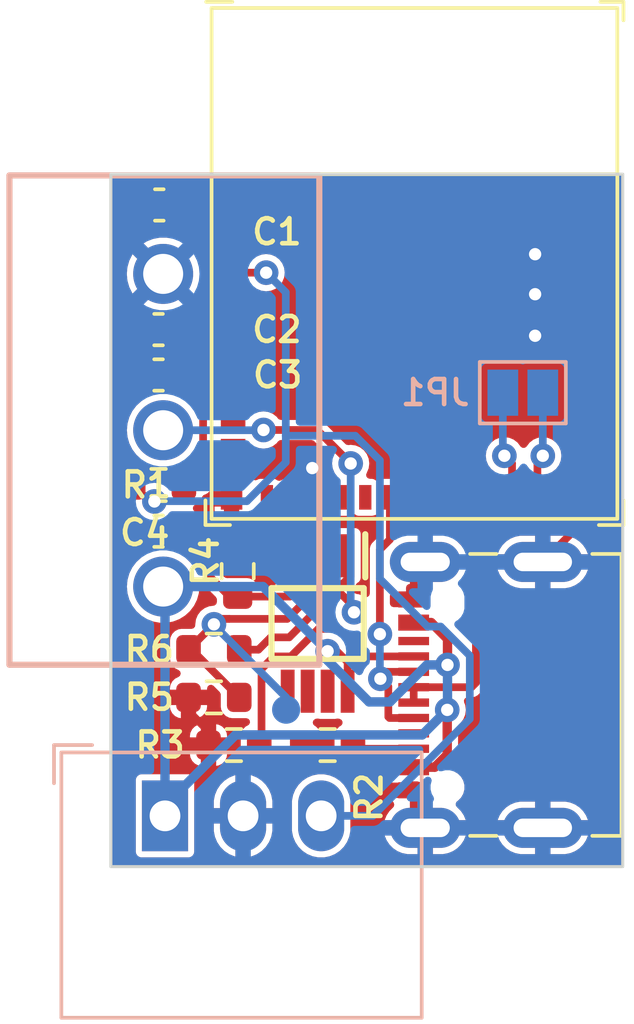
<source format=kicad_pcb>
(kicad_pcb (version 20240108) (generator "pcbnew") (generator_version "8.0")
  (layers (0 "F.Cu" signal) (31 "B.Cu" signal) (34 "B.Paste" user) (35 "F.Paste" user) (36 "B.SilkS" user "B.Silkscreen") (37 "F.SilkS" user "F.Silkscreen") (38 "B.Mask" user) (39 "F.Mask" user) (44 "Edge.Cuts" user))
  (net 0 "")
  (net 1 "GND")
  (net 2 "+3V3")
  (net 3 "Net-(U2-EN{slash}CHIP_PU)")
  (net 4 "VCC")
  (net 5 "Net-(J1-CC1)")
  (net 6 "Net-(U2-GPIO13{slash}USB_D+)")
  (net 7 "Net-(U2-GPIO12{slash}USB_D-)")
  (net 9 "Net-(J1-CC2)")
  (net 11 "Net-(J2-Pad2)")
  (net 12 "Net-(JP1-A)")
  (net 13 "Net-(JP1-B)")
  (net 20 "Net-(U2-GPIO0{slash}ADC1_CH0{slash}XTAL_32K_P)")
  (net 39 "Net-(U3A-+)")
  (net 40 "Net-(U3A--)")
  (footprint "Resistor_SMD:R_0603_1608Metric" (layer "F.Cu") (at 111.95 77.25 180)
    (property "Reference" "R2" (at -1.35 -1.7 90) (layer "F.SilkS") (effects (font (size 0.8128 0.8128))))
    (property "Value" "5k1" (hide yes))
    (fp_line (start -0.237258 0.5225) (end 0.237258 0.5225) (stroke (width 0.12)) (layer "F.SilkS"))
    (fp_line (start -0.237258 -0.5225) (end 0.237258 -0.5225) (stroke (width 0.12)) (layer "F.SilkS"))
    (pad "1" smd roundrect (at -0.825 0 180) (size 0.8 0.95) (layers "F.Cu" "F.Paste" "F.Mask") (net 5 "Net-(J1-CC1)"))
    (pad "2" smd roundrect (at 0.825 0 180) (size 0.8 0.95) (layers "F.Cu" "F.Paste" "F.Mask") (net 1 "GND"))
  )
  (footprint "Capacitor_SMD:C_0603_1608Metric" (layer "F.Cu") (at 106.45 70.3 180)
    (property "Reference" "C4" (at 0.45 -0.05 0) (layer "F.SilkS") (effects (font (size 0.8128 0.8128))))
    (property "Value" "2.2u" (hide yes))
    (fp_line (start -0.14058 0.51) (end 0.14058 0.51) (stroke (width 0.12)) (layer "F.SilkS"))
    (fp_line (start -0.14058 -0.51) (end 0.14058 -0.51) (stroke (width 0.12)) (layer "F.SilkS"))
    (pad "1" smd roundrect (at -0.775 0 180) (size 0.9 0.95) (layers "F.Cu" "F.Paste" "F.Mask") (net 39 "Net-(U3A-+)"))
    (pad "2" smd roundrect (at 0.775 0 180) (size 0.9 0.95) (layers "F.Cu" "F.Paste" "F.Mask") (net 1 "GND"))
  )
  (footprint "Capacitor_SMD:C_0603_1608Metric" (layer "F.Cu") (at 106.45 65.225 180)
    (property "Reference" "C3" (at -3.875 0 0) (layer "F.SilkS") (effects (font (size 0.8128 0.8128))))
    (property "Value" "1u" (hide yes))
    (fp_line (start -0.14058 0.51) (end 0.14058 0.51) (stroke (width 0.12)) (layer "F.SilkS"))
    (fp_line (start -0.14058 -0.51) (end 0.14058 -0.51) (stroke (width 0.12)) (layer "F.SilkS"))
    (pad "1" smd roundrect (at -0.775 0 180) (size 0.9 0.95) (layers "F.Cu" "F.Paste" "F.Mask") (net 3 "Net-(U2-EN{slash}CHIP_PU)"))
    (pad "2" smd roundrect (at 0.775 0 180) (size 0.9 0.95) (layers "F.Cu" "F.Paste" "F.Mask") (net 1 "GND"))
  )
  (footprint "SamacSys_Parts:SOP65P490X110-8N" (layer "F.Cu") (at 111.625 73.3 -90)
    (property "Reference" "U3" (hide yes))
    (property "Value" "LM358" (hide yes))
    (fp_line (start -1.15 1.5) (end -1.15 -1.5) (stroke (width 0.2)) (layer "F.SilkS"))
    (fp_line (start 1.15 1.5) (end -1.15 1.5) (stroke (width 0.2)) (layer "F.SilkS"))
    (fp_line (start -1.15 -1.5) (end 1.15 -1.5) (stroke (width 0.2)) (layer "F.SilkS"))
    (fp_line (start 1.15 -1.5) (end 1.15 1.5) (stroke (width 0.2)) (layer "F.SilkS"))
    (fp_line (start -2.9 -1.55) (end -1.5 -1.55) (stroke (width 0.2)) (layer "F.SilkS"))
    (pad "1" smd rect (at -2.2 -0.975) (size 0.45 1.4) (layers "F.Cu" "F.Paste" "F.Mask") (net 11 "Net-(J2-Pad2)"))
    (pad "2" smd rect (at -2.2 -0.325) (size 0.45 1.4) (layers "F.Cu" "F.Paste" "F.Mask") (net 40 "Net-(U3A--)"))
    (pad "3" smd rect (at -2.2 0.325) (size 0.45 1.4) (layers "F.Cu" "F.Paste" "F.Mask") (net 39 "Net-(U3A-+)"))
    (pad "4" smd rect (at -2.2 0.975) (size 0.45 1.4) (layers "F.Cu" "F.Paste" "F.Mask") (net 1 "GND"))
    (pad "5" smd rect (at 2.2 0.975) (size 0.45 1.4) (layers "F.Cu" "F.Paste" "F.Mask"))
    (pad "6" smd rect (at 2.2 0.325) (size 0.45 1.4) (layers "F.Cu" "F.Paste" "F.Mask"))
    (pad "7" smd rect (at 2.2 -0.325) (size 0.45 1.4) (layers "F.Cu" "F.Paste" "F.Mask"))
    (pad "8" smd rect (at 2.2 -0.975) (size 0.45 1.4) (layers "F.Cu" "F.Paste" "F.Mask") (net 4 "VCC"))
  )
  (footprint "Resistor_SMD:R_0603_1608Metric" (layer "F.Cu") (at 106.45 68.8 180)
    (property "Reference" "R1" (at 0.4 0 0) (layer "F.SilkS") (effects (font (size 0.8128 0.8128))))
    (property "Value" "10k" (hide yes))
    (fp_line (start -0.237258 0.5225) (end 0.237258 0.5225) (stroke (width 0.12)) (layer "F.SilkS"))
    (fp_line (start -0.237258 -0.5225) (end 0.237258 -0.5225) (stroke (width 0.12)) (layer "F.SilkS"))
    (pad "1" smd roundrect (at -0.825 0 180) (size 0.8 0.95) (layers "F.Cu" "F.Paste" "F.Mask") (net 3 "Net-(U2-EN{slash}CHIP_PU)"))
    (pad "2" smd roundrect (at 0.825 0 180) (size 0.8 0.95) (layers "F.Cu" "F.Paste" "F.Mask") (net 2 "+3V3"))
  )
  (footprint "SamacSys_Parts:USB_C_Receptacle_JAE_DX07S016JA1R1500" (layer "F.Cu") (at 117.8 75.62 90)
    (property "Reference" "J1" (hide yes))
    (property "Value" "USB_C_Receptacle_USB2.0" (hide yes))
    (fp_line (start 4.58 -1.215) (end 4.58 -0.36) (stroke (width 0.12)) (layer "F.SilkS"))
    (fp_line (start -4.58 -1.215) (end -4.58 -0.36) (stroke (width 0.12)) (layer "F.SilkS"))
    (fp_line (start 4.58 2.76) (end 4.58 3.71) (stroke (width 0.12)) (layer "F.SilkS"))
    (fp_line (start -4.58 2.76) (end -4.58 3.71) (stroke (width 0.12)) (layer "F.SilkS"))
    (fp_line (start -4.58 3.71) (end 4.58 3.71) (stroke (width 0.12)) (layer "F.SilkS"))
    (pad "" np_thru_hole circle (at -3 -1.95 90) (size 0.6 0.6) (drill 0.6) (layers "F&B.Cu" "*.Mask"))
    (pad "" smd rect (at -1.4 1.15 90) (size 1 2) (layers "F.Cu" "F.Paste" "F.Mask"))
    (pad "" smd rect (at 1.4 1.15 90) (size 1 2) (layers "F.Cu" "F.Paste" "F.Mask"))
    (pad "" np_thru_hole oval (at 3 -1.95 90) (size 0.85 0.6) (drill oval 0.85 0.6) (layers "F&B.Cu" "*.Mask"))
    (pad "A1" smd rect (at -3.1 -3.05 90) (size 0.52 1) (layers "F.Cu" "F.Paste" "F.Mask") (net 1 "GND"))
    (pad "A4" smd rect (at -2.35 -3.05 90) (size 0.52 1) (layers "F.Cu" "F.Paste" "F.Mask") (net 4 "VCC"))
    (pad "A5" smd rect (at -1.75 -3.05 90) (size 0.27 1) (layers "F.Cu" "F.Paste" "F.Mask") (net 5 "Net-(J1-CC1)"))
    (pad "A6" smd rect (at -0.25 -3.05 90) (size 0.27 1) (layers "F.Cu" "F.Paste" "F.Mask") (net 6 "Net-(U2-GPIO13{slash}USB_D+)"))
    (pad "A7" smd rect (at 0.75 -3.05 90) (size 0.27 1) (layers "F.Cu" "F.Paste" "F.Mask") (net 7 "Net-(U2-GPIO12{slash}USB_D-)"))
    (pad "A8" smd rect (at 1.75 -3.05 90) (size 0.27 1) (layers "F.Cu" "F.Paste" "F.Mask"))
    (pad "A9" smd rect (at 2.35 -3.05 90) (size 0.52 1) (layers "F.Cu" "F.Paste" "F.Mask") (net 4 "VCC"))
    (pad "A12" smd rect (at 3.1 -3.05 90) (size 0.52 1) (layers "F.Cu" "F.Paste" "F.Mask") (net 1 "GND"))
    (pad "B1" smd rect (at 3.1 -3.05 90) (size 0.52 1) (layers "F.Cu" "F.Paste" "F.Mask") (net 1 "GND"))
    (pad "B4" smd rect (at 2.35 -3.05 90) (size 0.52 1) (layers "F.Cu" "F.Paste" "F.Mask") (net 4 "VCC"))
    (pad "B5" smd rect (at 1.25 -3.05 90) (size 0.27 1) (layers "F.Cu" "F.Paste" "F.Mask") (net 9 "Net-(J1-CC2)"))
    (pad "B6" smd rect (at 0.25 -3.05 90) (size 0.27 1) (layers "F.Cu" "F.Paste" "F.Mask") (net 6 "Net-(U2-GPIO13{slash}USB_D+)"))
    (pad "B7" smd rect (at -0.75 -3.05 90) (size 0.27 1) (layers "F.Cu" "F.Paste" "F.Mask") (net 7 "Net-(U2-GPIO12{slash}USB_D-)"))
    (pad "B8" smd rect (at -1.25 -3.05 90) (size 0.27 1) (layers "F.Cu" "F.Paste" "F.Mask"))
    (pad "B9" smd rect (at -2.35 -3.05 90) (size 0.52 1) (layers "F.Cu" "F.Paste" "F.Mask") (net 4 "VCC"))
    (pad "B12" smd rect (at -3.1 -3.05 90) (size 0.52 1) (layers "F.Cu" "F.Paste" "F.Mask") (net 1 "GND"))
    (pad "S1" thru_hole oval (at -4.32 -2.675 90) (size 1.3 2.3) (drill oval 0.6 1.6) (layers "*.Cu" "*.Mask") (net 1 "GND"))
    (pad "S1" thru_hole oval (at -4.32 1.15 90) (size 1.3 2.6) (drill oval 0.6 1.9) (layers "*.Cu" "*.Mask") (net 1 "GND"))
    (pad "S1" thru_hole oval (at 4.32 -2.675 90) (size 1.3 2.3) (drill oval 0.6 1.6) (layers "*.Cu" "*.Mask") (net 1 "GND"))
    (pad "S1" thru_hole oval (at 4.32 1.15 90) (size 1.3 2.6) (drill oval 0.6 1.9) (layers "*.Cu" "*.Mask") (net 1 "GND"))
  )
  (footprint "Resistor_SMD:R_0603_1608Metric" (layer "F.Cu") (at 108.25 75.7 180)
    (property "Reference" "R5" (at 2.1 0 0) (layer "F.SilkS") (effects (font (size 0.8128 0.8128))))
    (property "Value" "10k" (hide yes))
    (fp_line (start -0.237258 0.5225) (end 0.237258 0.5225) (stroke (width 0.12)) (layer "F.SilkS"))
    (fp_line (start -0.237258 -0.5225) (end 0.237258 -0.5225) (stroke (width 0.12)) (layer "F.SilkS"))
    (pad "1" smd roundrect (at -0.825 0 180) (size 0.8 0.95) (layers "F.Cu" "F.Paste" "F.Mask") (net 40 "Net-(U3A--)"))
    (pad "2" smd roundrect (at 0.825 0 180) (size 0.8 0.95) (layers "F.Cu" "F.Paste" "F.Mask") (net 1 "GND"))
  )
  (footprint "PCM_Espressif:ESP32-C6-MINI-1" (layer "F.Cu") (at 114.775 61.6)
    (property "Reference" "U2" (hide yes))
    (property "Value" "ESP32-C6-MINI-1/U" (hide yes))
    (fp_line (start -6.8 7.7) (end -6.8 8.5) (stroke (width 0.12)) (layer "F.SilkS"))
    (fp_line (start -6.8 8.5) (end -6 8.5) (stroke (width 0.12)) (layer "F.SilkS"))
    (fp_line (start -6.6 -8.3) (end 6.6 -8.3) (stroke (width 0.12)) (layer "F.SilkS"))
    (fp_line (start -6.6 -2.9) (end 6.6 -2.9) (stroke (width 0.12)) (layer "F.SilkS"))
    (fp_line (start -6.6 8.3) (end -6.6 -8.3) (stroke (width 0.12)) (layer "F.SilkS"))
    (fp_line (start -5.925 -8.5) (end -6.775 -8.5) (stroke (width 0.12)) (layer "F.SilkS"))
    (fp_line (start 6.05 -8.5) (end 6.8 -8.5) (stroke (width 0.12)) (layer "F.SilkS"))
    (fp_line (start 6.6 -8.3) (end 6.6 8.3) (stroke (width 0.12)) (layer "F.SilkS"))
    (fp_line (start 6.6 8.3) (end -6.6 8.3) (stroke (width 0.12)) (layer "F.SilkS"))
    (fp_line (start 6.8 -8.5) (end 6.8 -7.9) (stroke (width 0.12)) (layer "F.SilkS"))
    (fp_line (start 6.8 7.7) (end 6.8 8.5) (stroke (width 0.12)) (layer "F.SilkS"))
    (fp_line (start 6.8 8.5) (end 6 8.5) (stroke (width 0.12)) (layer "F.SilkS"))
    (pad "1" smd rect (at -5.9 -1.3 90) (size 0.4 0.8) (layers "F.Cu" "F.Paste" "F.Mask") (net 1 "GND"))
    (pad "2" smd rect (at -5.9 -0.5 90) (size 0.4 0.8) (layers "F.Cu" "F.Paste" "F.Mask") (net 1 "GND"))
    (pad "3" smd rect (at -5.9 0.3 90) (size 0.4 0.8) (layers "F.Cu" "F.Paste" "F.Mask") (net 2 "+3V3"))
    (pad "4" smd rect (at -5.9 1.1 90) (size 0.4 0.8) (layers "F.Cu" "F.Paste" "F.Mask"))
    (pad "5" smd rect (at -5.9 1.9 90) (size 0.4 0.8) (layers "F.Cu" "F.Paste" "F.Mask"))
    (pad "6" smd rect (at -5.9 2.7 90) (size 0.4 0.8) (layers "F.Cu" "F.Paste" "F.Mask"))
    (pad "7" smd rect (at -5.9 3.5 90) (size 0.4 0.8) (layers "F.Cu" "F.Paste" "F.Mask"))
    (pad "8" smd rect (at -5.9 4.3 90) (size 0.4 0.8) (layers "F.Cu" "F.Paste" "F.Mask") (net 3 "Net-(U2-EN{slash}CHIP_PU)"))
    (pad "9" smd rect (at -5.9 5.1 90) (size 0.4 0.8) (layers "F.Cu" "F.Paste" "F.Mask"))
    (pad "10" smd rect (at -5.9 5.9 90) (size 0.4 0.8) (layers "F.Cu" "F.Paste" "F.Mask"))
    (pad "11" smd rect (at -5.9 6.7 90) (size 0.4 0.8) (layers "F.Cu" "F.Paste" "F.Mask") (net 1 "GND"))
    (pad "12" smd rect (at -4.8 7.6) (size 0.4 0.8) (layers "F.Cu" "F.Paste" "F.Mask") (net 20 "Net-(U2-GPIO0{slash}ADC1_CH0{slash}XTAL_32K_P)"))
    (pad "13" smd rect (at -4 7.6) (size 0.4 0.8) (layers "F.Cu" "F.Paste" "F.Mask"))
    (pad "14" smd rect (at -3.2 7.6) (size 0.4 0.8) (layers "F.Cu" "F.Paste" "F.Mask") (net 1 "GND"))
    (pad "15" smd rect (at -2.4 7.6) (size 0.4 0.8) (layers "F.Cu" "F.Paste" "F.Mask"))
    (pad "16" smd rect (at -1.6 7.6) (size 0.4 0.8) (layers "F.Cu" "F.Paste" "F.Mask"))
    (pad "17" smd rect (at -0.8 7.6) (size 0.4 0.8) (layers "F.Cu" "F.Paste" "F.Mask") (net 7 "Net-(U2-GPIO12{slash}USB_D-)"))
    (pad "18" smd rect (at 0 7.6) (size 0.4 0.8) (layers "F.Cu" "F.Paste" "F.Mask") (net 6 "Net-(U2-GPIO13{slash}USB_D+)"))
    (pad "19" smd rect (at 0.8 7.6) (size 0.4 0.8) (layers "F.Cu" "F.Paste" "F.Mask"))
    (pad "20" smd rect (at 1.6 7.6) (size 0.4 0.8) (layers "F.Cu" "F.Paste" "F.Mask"))
    (pad "21" smd rect (at 2.4 7.6) (size 0.4 0.8) (layers "F.Cu" "F.Paste" "F.Mask"))
    (pad "22" smd rect (at 3.2 7.6) (size 0.4 0.8) (layers "F.Cu" "F.Paste" "F.Mask") (net 12 "Net-(JP1-A)"))
    (pad "23" smd rect (at 4 7.6) (size 0.4 0.8) (layers "F.Cu" "F.Paste" "F.Mask") (net 13 "Net-(JP1-B)"))
    (pad "24" smd rect (at 4.8 7.6) (size 0.4 0.8) (layers "F.Cu" "F.Paste" "F.Mask"))
    (pad "25" smd rect (at 5.9 6.7 90) (size 0.4 0.8) (layers "F.Cu" "F.Paste" "F.Mask"))
    (pad "26" smd rect (at 5.9 5.9 90) (size 0.4 0.8) (layers "F.Cu" "F.Paste" "F.Mask"))
    (pad "27" smd rect (at 5.9 5.1 90) (size 0.4 0.8) (layers "F.Cu" "F.Paste" "F.Mask"))
    (pad "28" smd rect (at 5.9 4.3 90) (size 0.4 0.8) (layers "F.Cu" "F.Paste" "F.Mask"))
    (pad "29" smd rect (at 5.9 3.5 90) (size 0.4 0.8) (layers "F.Cu" "F.Paste" "F.Mask"))
    (pad "30" smd rect (at 5.9 2.7 90) (size 0.4 0.8) (layers "F.Cu" "F.Paste" "F.Mask"))
    (pad "31" smd rect (at 5.9 1.9 90) (size 0.4 0.8) (layers "F.Cu" "F.Paste" "F.Mask"))
    (pad "32" smd rect (at 5.9 1.1 90) (size 0.4 0.8) (layers "F.Cu" "F.Paste" "F.Mask"))
    (pad "33" smd rect (at 5.9 0.3 90) (size 0.4 0.8) (layers "F.Cu" "F.Paste" "F.Mask"))
    (pad "34" smd rect (at 5.9 -0.5 90) (size 0.4 0.8) (layers "F.Cu" "F.Paste" "F.Mask"))
    (pad "35" smd rect (at 5.9 -1.3 90) (size 0.4 0.8) (layers "F.Cu" "F.Paste" "F.Mask"))
    (pad "36" smd rect (at 4.8 -2.2) (size 0.4 0.8) (layers "F.Cu" "F.Paste" "F.Mask") (net 1 "GND"))
    (pad "37" smd rect (at 4 -2.2) (size 0.4 0.8) (layers "F.Cu" "F.Paste" "F.Mask") (net 1 "GND"))
    (pad "38" smd rect (at 3.2 -2.2) (size 0.4 0.8) (layers "F.Cu" "F.Paste" "F.Mask") (net 1 "GND"))
    (pad "39" smd rect (at 2.4 -2.2) (size 0.4 0.8) (layers "F.Cu" "F.Paste" "F.Mask") (net 1 "GND"))
    (pad "40" smd rect (at 1.6 -2.2) (size 0.4 0.8) (layers "F.Cu" "F.Paste" "F.Mask") (net 1 "GND"))
    (pad "41" smd rect (at 0.8 -2.2) (size 0.4 0.8) (layers "F.Cu" "F.Paste" "F.Mask") (net 1 "GND"))
    (pad "42" smd rect (at 0 -2.2) (size 0.4 0.8) (layers "F.Cu" "F.Paste" "F.Mask") (net 1 "GND"))
    (pad "43" smd rect (at -0.8 -2.2) (size 0.4 0.8) (layers "F.Cu" "F.Paste" "F.Mask") (net 1 "GND"))
    (pad "44" smd rect (at -1.6 -2.2) (size 0.4 0.8) (layers "F.Cu" "F.Paste" "F.Mask") (net 1 "GND"))
    (pad "45" smd rect (at -2.4 -2.2) (size 0.4 0.8) (layers "F.Cu" "F.Paste" "F.Mask") (net 1 "GND"))
    (pad "46" smd rect (at -3.2 -2.2) (size 0.4 0.8) (layers "F.Cu" "F.Paste" "F.Mask") (net 1 "GND"))
    (pad "47" smd rect (at -4 -2.2) (size 0.4 0.8) (layers "F.Cu" "F.Paste" "F.Mask") (net 1 "GND"))
    (pad "48" smd rect (at -4.8 -2.2) (size 0.4 0.8) (layers "F.Cu" "F.Paste" "F.Mask") (net 1 "GND"))
    (pad "49" smd custom (at -1.975 0.725) (size 0.8 0.8) (layers "F.Cu" "F.Paste" "F.Mask") (net 1 "GND") (options (clearance outline) (anchor rect)) (primitives (gr_poly (pts (xy 0.725 0.725) (xy -0.725 0.725) (xy -0.725 -0.125) (xy -0.125 -0.725) (xy 0.725 -0.725)) (width 0) (fill yes))))
    (pad "49" smd rect (at -1.975 2.7 90) (size 1.45 1.45) (layers "F.Cu" "F.Paste" "F.Mask") (net 1 "GND"))
    (pad "49" smd rect (at -1.975 4.675 90) (size 1.45 1.45) (layers "F.Cu" "F.Paste" "F.Mask") (net 1 "GND"))
    (pad "49" smd rect (at 0 0.725 90) (size 1.45 1.45) (layers "F.Cu" "F.Paste" "F.Mask") (net 1 "GND"))
    (pad "49" smd rect (at 0 2.7 90) (size 1.45 1.45) (layers "F.Cu" "F.Paste" "F.Mask") (net 1 "GND"))
    (pad "49" smd rect (at 0 4.675 90) (size 1.45 1.45) (layers "F.Cu" "F.Paste" "F.Mask") (net 1 "GND"))
    (pad "49" smd rect (at 1.975 0.725 90) (size 1.45 1.45) (layers "F.Cu" "F.Paste" "F.Mask") (net 1 "GND"))
    (pad "49" smd rect (at 1.975 2.7 90) (size 1.45 1.45) (layers "F.Cu" "F.Paste" "F.Mask") (net 1 "GND"))
    (pad "49" smd rect (at 1.975 4.675 90) (size 1.45 1.45) (layers "F.Cu" "F.Paste" "F.Mask") (net 1 "GND"))
    (pad "50" smd rect (at 5.95 -2.25 90) (size 0.7 0.7) (layers "F.Cu" "F.Paste" "F.Mask") (net 1 "GND"))
    (pad "51" smd rect (at 5.95 7.65 90) (size 0.7 0.7) (layers "F.Cu" "F.Paste" "F.Mask") (net 1 "GND"))
    (pad "52" smd rect (at -5.95 7.65 90) (size 0.7 0.7) (layers "F.Cu" "F.Paste" "F.Mask") (net 1 "GND"))
    (pad "53" smd rect (at -5.95 -2.25 90) (size 0.7 0.7) (layers "F.Cu" "F.Paste" "F.Mask") (net 1 "GND"))
    (zone (net 0) (net_name "") (layers "*.Cu") (name "antenna keepout") (connect_pads (clearance 0)) (min_thickness 0.254)
      (keepout (tracks not_allowed) (vias not_allowed) (pads not_allowed) (copperpour not_allowed) (footprints not_allowed))
      (fill (thermal_gap 0.508) (thermal_bridge_width 0.508))
      (polygon (pts (xy 121.375 58.7) (xy 108.175 58.7) (xy 108.175 53.3) (xy 121.375 53.3)))
    )
  )
  (footprint "Capacitor_SMD:C_0603_1608Metric" (layer "F.Cu") (at 106.45 63.75)
    (property "Reference" "C2" (at 3.85 0 0) (layer "F.SilkS") (effects (font (size 0.8128 0.8128))))
    (property "Value" "10u" (hide yes))
    (fp_line (start -0.14058 -0.51) (end 0.14058 -0.51) (stroke (width 0.12)) (layer "F.SilkS"))
    (fp_line (start -0.14058 0.51) (end 0.14058 0.51) (stroke (width 0.12)) (layer "F.SilkS"))
    (pad "1" smd roundrect (at -0.775 0) (size 0.9 0.95) (layers "F.Cu" "F.Paste" "F.Mask") (net 1 "GND"))
    (pad "2" smd roundrect (at 0.775 0) (size 0.9 0.95) (layers "F.Cu" "F.Paste" "F.Mask") (net 2 "+3V3"))
  )
  (footprint "Resistor_SMD:R_0603_1608Metric" (layer "F.Cu") (at 108.25 74.15)
    (property "Reference" "R6" (at -2.1 0 0) (layer "F.SilkS") (effects (font (size 0.8128 0.8128))))
    (property "Value" "56k" (hide yes))
    (fp_line (start -0.237258 -0.5225) (end 0.237258 -0.5225) (stroke (width 0.12)) (layer "F.SilkS"))
    (fp_line (start -0.237258 0.5225) (end 0.237258 0.5225) (stroke (width 0.12)) (layer "F.SilkS"))
    (pad "1" smd roundrect (at -0.825 0) (size 0.8 0.95) (layers "F.Cu" "F.Paste" "F.Mask") (net 40 "Net-(U3A--)"))
    (pad "2" smd roundrect (at 0.825 0) (size 0.8 0.95) (layers "F.Cu" "F.Paste" "F.Mask") (net 11 "Net-(J2-Pad2)"))
  )
  (footprint "Resistor_SMD:R_0603_1608Metric" (layer "F.Cu") (at 108.9 77.25 180)
    (property "Reference" "R3" (at 2.4 0 0) (layer "F.SilkS") (effects (font (size 0.8128 0.8128))))
    (property "Value" "5k1" (hide yes))
    (fp_line (start -0.237258 0.5225) (end 0.237258 0.5225) (stroke (width 0.12)) (layer "F.SilkS"))
    (fp_line (start -0.237258 -0.5225) (end 0.237258 -0.5225) (stroke (width 0.12)) (layer "F.SilkS"))
    (pad "1" smd roundrect (at -0.825 0 180) (size 0.8 0.95) (layers "F.Cu" "F.Paste" "F.Mask") (net 9 "Net-(J1-CC2)"))
    (pad "2" smd roundrect (at 0.825 0 180) (size 0.8 0.95) (layers "F.Cu" "F.Paste" "F.Mask") (net 1 "GND"))
  )
  (footprint "Resistor_SMD:R_0603_1608Metric" (layer "F.Cu") (at 109.025 71.6 -90)
    (property "Reference" "R4" (at -0.325 1.05 -90) (layer "F.SilkS") (effects (font (size 0.8128 0.8128))))
    (property "Value" "10k" (hide yes))
    (fp_line (start -0.237258 0.5225) (end 0.237258 0.5225) (stroke (width 0.12)) (layer "F.SilkS"))
    (fp_line (start -0.237258 -0.5225) (end 0.237258 -0.5225) (stroke (width 0.12)) (layer "F.SilkS"))
    (pad "1" smd roundrect (at -0.825 0 270) (size 0.8 0.95) (layers "F.Cu" "F.Paste" "F.Mask") (net 20 "Net-(U2-GPIO0{slash}ADC1_CH0{slash}XTAL_32K_P)"))
    (pad "2" smd roundrect (at 0.825 0 270) (size 0.8 0.95) (layers "F.Cu" "F.Paste" "F.Mask") (net 39 "Net-(U3A-+)"))
  )
  (footprint "Capacitor_SMD:C_0603_1608Metric" (layer "F.Cu") (at 106.475 59.7)
    (property "Reference" "C1" (at 3.825 0.875 0) (layer "F.SilkS") (effects (font (size 0.8128 0.8128))))
    (property "Value" "0.1u" (hide yes))
    (fp_line (start -0.14058 -0.51) (end 0.14058 -0.51) (stroke (width 0.12)) (layer "F.SilkS"))
    (fp_line (start -0.14058 0.51) (end 0.14058 0.51) (stroke (width 0.12)) (layer "F.SilkS"))
    (pad "1" smd roundrect (at -0.775 0) (size 0.9 0.95) (layers "F.Cu" "F.Paste" "F.Mask") (net 1 "GND"))
    (pad "2" smd roundrect (at 0.775 0) (size 0.9 0.95) (layers "F.Cu" "F.Paste" "F.Mask") (net 2 "+3V3"))
  )
  (footprint "Jumper:SolderJumper-2_P1.3mm_Open_Pad1.0x1.5mm" (layer "B.Cu") (at 118.3 65.8)
    (property "Reference" "JP1" (at -2.85 0 0) (layer "B.SilkS") (effects (font (size 0.8128 0.8128)) (justify mirror)))
    (property "Value" "IO8_IO9" (hide yes))
    (fp_line (start -1.4 -1) (end -1.4 1) (stroke (width 0.12)) (layer "B.SilkS"))
    (fp_line (start -1.4 1) (end 1.4 1) (stroke (width 0.12)) (layer "B.SilkS"))
    (fp_line (start 1.4 -1) (end -1.4 -1) (stroke (width 0.12)) (layer "B.SilkS"))
    (fp_line (start 1.4 1) (end 1.4 -1) (stroke (width 0.12)) (layer "B.SilkS"))
    (pad "1" smd rect (at -0.65 0) (size 1 1.5) (layers "B.Cu" "B.Mask") (net 12 "Net-(JP1-A)"))
    (pad "2" smd rect (at 0.65 0) (size 1 1.5) (layers "B.Cu" "B.Mask") (net 13 "Net-(JP1-B)"))
  )
  (footprint "SamacSys_Parts:1716030000" (layer "B.Cu") (at 106.6 72.1 90)
    (property "Reference" "J2" (hide yes))
    (property "Value" "1716030000" (hide yes))
    (fp_line (start 13.3604 -5) (end -2.54 -5) (stroke (width 0.2)) (layer "B.SilkS"))
    (fp_line (start -2.54 -5) (end -2.54 5.08) (stroke (width 0.2)) (layer "B.SilkS"))
    (fp_line (start 13.3604 5.08) (end 13.3604 -5) (stroke (width 0.2)) (layer "B.SilkS"))
    (fp_line (start -2.54 5.08) (end 13.3604 5.08) (stroke (width 0.2)) (layer "B.SilkS"))
    (pad "1" thru_hole circle (at 0 0 90) (size 1.95 1.95) (drill 1.3) (layers "*.Cu" "*.Mask") (net 4 "VCC"))
    (pad "2" thru_hole circle (at 5.08 0 90) (size 1.95 1.95) (drill 1.3) (layers "*.Cu" "*.Mask") (net 11 "Net-(J2-Pad2)"))
    (pad "3" thru_hole circle (at 10.16 0 90) (size 1.95 1.95) (drill 1.3) (layers "*.Cu" "*.Mask") (net 1 "GND"))
  )
  (footprint "Converter_DCDC:Converter_DCDC_RECOM_R-78E-0.5_THT" (layer "B.Cu") (at 106.66 79.55)
    (property "Reference" "U1" (hide yes))
    (property "Value" "R-783.3-0.5" (hide yes))
    (fp_line (start -3.611 -2.3) (end -2.371 -2.3) (stroke (width 0.12)) (layer "B.SilkS"))
    (fp_line (start -3.611 -1.06) (end -3.611 -2.3) (stroke (width 0.12)) (layer "B.SilkS"))
    (fp_line (start -3.371 -2.06) (end 8.35 -2.06) (stroke (width 0.12)) (layer "B.SilkS"))
    (fp_line (start -3.371 6.56) (end -3.371 -2.06) (stroke (width 0.12)) (layer "B.SilkS"))
    (fp_line (start -3.371 6.56) (end 8.35 6.56) (stroke (width 0.12)) (layer "B.SilkS"))
    (fp_line (start 8.35 6.56) (end 8.35 -2.06) (stroke (width 0.12)) (layer "B.SilkS"))
    (pad "1" thru_hole rect (at 0 0) (size 1.5 2.3) (drill 1) (layers "*.Cu" "*.Mask") (net 4 "VCC"))
    (pad "2" thru_hole oval (at 2.54 0) (size 1.5 2.3) (drill 1) (layers "*.Cu" "*.Mask") (net 1 "GND"))
    (pad "3" thru_hole oval (at 5.08 0) (size 1.5 2.3) (drill 1) (layers "*.Cu" "*.Mask") (net 2 "+3V3"))
  )
  (gr_circle (center 110.6 76.1) (end 110.9048 76.1) (stroke (width 0.3048)) (fill solid) (layer "B.Cu") (net 40))
  (gr_rect (start 104.9 58.7) (end 121.55 81.2) (stroke (width 0.1)) (fill none) (layer "Edge.Cuts"))
  (segment (start 105.7 61.04) (end 106.6 61.94) (width 0.25) (layer "F.Cu") (net 1))
  (segment (start 114.75 71.675) (end 115.125 71.3) (width 0.25) (layer "F.Cu") (net 1))
  (segment (start 108.875 59.4) (end 108.825 59.35) (width 0.25) (layer "F.Cu") (net 1))
  (segment (start 107.425 76.15) (end 107.425 75.7) (width 0.25) (layer "F.Cu") (net 1))
  (segment (start 109.2 79.05) (end 109.2 79.55) (width 0.25) (layer "F.Cu") (net 1))
  (segment (start 120.725 69.25) (end 120.725 69.525) (width 0.25) (layer "F.Cu") (net 1))
  (segment (start 111.45 68.25) (end 111.575 68.375) (width 0.25) (layer "F.Cu") (net 1))
  (segment (start 105.7 59.7) (end 105.7 61.04) (width 0.25) (layer "F.Cu") (net 1))
  (segment (start 111.5 69.925) (end 111.575 69.85) (width 0.25) (layer "F.Cu") (net 1))
  (segment (start 108.825 69.25) (end 108.825 68.35) (width 0.25) (layer "F.Cu") (net 1))
  (segment (start 108.075 76.8) (end 107.425 76.15) (width 0.25) (layer "F.Cu") (net 1))
  (segment (start 108.875 68.3) (end 111.4 68.3) (width 0.25) (layer "F.Cu") (net 1))
  (segment (start 108.075 77.25) (end 108.075 76.8) (width 0.25) (layer "F.Cu") (net 1))
  (segment (start 105.675 65.225) (end 105.675 63.75) (width 0.25) (layer "F.Cu") (net 1))
  (segment (start 110.65 71.1) (end 110.65 70.35) (width 0.25) (layer "F.Cu") (net 1))
  (segment (start 111.075 69.925) (end 111.5 69.925) (width 0.25) (layer "F.Cu") (net 1))
  (segment (start 108.875 61.1) (end 108.875 59.4) (width 0.25) (layer "F.Cu") (net 1))
  (segment (start 111.575 68.375) (end 111.575 69.2) (width 0.25) (layer "F.Cu") (net 1))
  (segment (start 114.75 79.565) (end 115.125 79.94) (width 0.25) (layer "F.Cu") (net 1))
  (segment (start 105.675 63.75) (end 105.675 62.865) (width 0.25) (layer "F.Cu") (net 1))
  (segment (start 110.65 70.35) (end 111.075 69.925) (width 0.25) (layer "F.Cu") (net 1))
  (segment (start 108.825 59.35) (end 120.725 59.35) (width 0.25) (layer "F.Cu") (net 1))
  (segment (start 109.2 79.55) (end 109.2 78.9) (width 0.25) (layer "F.Cu") (net 1))
  (segment (start 105.675 62.865) (end 106.6 61.94) (width 0.25) (layer "F.Cu") (net 1))
  (segment (start 108.825 68.35) (end 108.875 68.3) (width 0.25) (layer "F.Cu") (net 1))
  (segment (start 114.75 78.72) (end 114.75 79.565) (width 0.25) (layer "F.Cu") (net 1))
  (segment (start 114.75 72.52) (end 114.75 71.675) (width 0.25) (layer "F.Cu") (net 1))
  (segment (start 111.575 69.85) (end 111.575 69.2) (width 0.25) (layer "F.Cu") (net 1))
  (segment (start 120.725 69.525) (end 118.95 71.3) (width 0.25) (layer "F.Cu") (net 1))
  (segment (start 111.4 68.3) (end 111.45 68.25) (width 0.25) (layer "F.Cu") (net 1))
  (via (at 118.7 61.3) (size 0.8) (drill 0.4) (layers "F.Cu" "B.Cu") (net 1))
  (via (at 118.7 63.95) (size 0.8) (drill 0.4) (layers "F.Cu" "B.Cu") (net 1))
  (via (at 118.7 62.6) (size 0.8) (drill 0.4) (layers "F.Cu" "B.Cu") (net 1))
  (via (at 111.45 68.25) (size 0.8) (drill 0.4) (layers "F.Cu" "B.Cu") (net 1))
  (segment (start 107.25 59.7) (end 107.25 60.675) (width 0.25) (layer "F.Cu") (net 2))
  (segment (start 107.225 63.75) (end 107.225 63.153478) (width 0.25) (layer "F.Cu") (net 2))
  (segment (start 108.478478 61.9) (end 108.875 61.9) (width 0.25) (layer "F.Cu") (net 2))
  (segment (start 109.95 61.9) (end 108.875 61.9) (width 0.25) (layer "F.Cu") (net 2))
  (segment (start 108.475 61.9) (end 108.875 61.9) (width 0.25) (layer "F.Cu") (net 2))
  (segment (start 107.25 60.675) (end 108.475 61.9) (width 0.25) (layer "F.Cu") (net 2))
  (segment (start 106.160051 69.335051) (end 105.625 68.8) (width 0.25) (layer "F.Cu") (net 2))
  (segment (start 106.314878 69.335051) (end 106.160051 69.335051) (width 0.25) (layer "F.Cu") (net 2))
  (segment (start 107.225 63.153478) (end 108.478478 61.9) (width 0.25) (layer "F.Cu") (net 2))
  (via (at 109.95 61.9) (size 0.8) (drill 0.4) (layers "F.Cu" "B.Cu") (net 2))
  (via (at 106.314878 69.335051) (size 0.8) (drill 0.4) (layers "F.Cu" "B.Cu") (net 2))
  (segment (start 115.2 73.4) (end 113.65 71.85) (width 0.25) (layer "B.Cu") (net 2))
  (segment (start 112.85 67.2) (end 110.588914 67.2) (width 0.25) (layer "B.Cu") (net 2))
  (segment (start 113.65 71.85) (end 113.65 68) (width 0.25) (layer "B.Cu") (net 2))
  (segment (start 113.423098 79.55) (end 116.575 76.398098) (width 0.25) (layer "B.Cu") (net 2))
  (segment (start 109.325 69.325) (end 110.588914 68.061086) (width 0.25) (layer "B.Cu") (net 2))
  (segment (start 113.65 68) (end 112.85 67.2) (width 0.25) (layer "B.Cu") (net 2))
  (segment (start 111.74 79.55) (end 113.423098 79.55) (width 0.25) (layer "B.Cu") (net 2))
  (segment (start 110.588914 68.061086) (end 110.588914 67.2) (width 0.25) (layer "B.Cu") (net 2))
  (segment (start 115.629805 73.4) (end 115.2 73.4) (width 0.25) (layer "B.Cu") (net 2))
  (segment (start 110.588914 62.538914) (end 109.95 61.9) (width 0.25) (layer "B.Cu") (net 2))
  (segment (start 106.324929 69.325) (end 109.325 69.325) (width 0.25) (layer "B.Cu") (net 2))
  (segment (start 116.575 76.398098) (end 116.575 74.345195) (width 0.25) (layer "B.Cu") (net 2))
  (segment (start 110.588914 67.2) (end 110.588914 62.538914) (width 0.25) (layer "B.Cu") (net 2))
  (segment (start 116.575 74.345195) (end 115.629805 73.4) (width 0.25) (layer "B.Cu") (net 2))
  (segment (start 106.314878 69.335051) (end 106.324929 69.325) (width 0.25) (layer "B.Cu") (net 2))
  (segment (start 107.9 65.9) (end 108.875 65.9) (width 0.25) (layer "F.Cu") (net 3))
  (segment (start 107.275 68.8) (end 107.85 68.8) (width 0.25) (layer "F.Cu") (net 3))
  (segment (start 107.9 68.75) (end 107.9 65.9) (width 0.25) (layer "F.Cu") (net 3))
  (segment (start 107.225 65.225) (end 107.9 65.9) (width 0.25) (layer "F.Cu") (net 3))
  (segment (start 107.85 68.8) (end 107.9 68.75) (width 0.25) (layer "F.Cu") (net 3))
  (segment (start 112.6 75.5) (end 112.6 74.55) (width 0.25) (layer "F.Cu") (net 4))
  (segment (start 112.6 74.55) (end 112.250498 74.200498) (width 0.25) (layer "F.Cu") (net 4))
  (segment (start 115.85 73.8) (end 115.32 73.27) (width 0.3048) (layer "F.Cu") (net 4))
  (segment (start 115.435 77.97) (end 114.75 77.97) (width 0.3048) (layer "F.Cu") (net 4))
  (segment (start 115.32 73.27) (end 114.75 73.27) (width 0.3048) (layer "F.Cu") (net 4))
  (segment (start 115.85 74.6455) (end 115.85 73.8) (width 0.3048) (layer "F.Cu") (net 4))
  (segment (start 112.250498 74.200498) (end 111.95 74.200498) (width 0.25) (layer "F.Cu") (net 4))
  (segment (start 115.840754 76.107039) (end 115.840754 77.564246) (width 0.3048) (layer "F.Cu") (net 4))
  (segment (start 107.14591 71.65) (end 107.097955 71.602045) (width 0.3048) (layer "F.Cu") (net 4))
  (segment (start 115.840754 77.564246) (end 115.435 77.97) (width 0.3048) (layer "F.Cu") (net 4))
  (segment (start 106.66 72.16) (end 106.6 72.1) (width 0.25) (layer "F.Cu") (net 4))
  (via (at 111.95 74.200498) (size 0.8) (drill 0.4) (layers "F.Cu" "B.Cu") (net 4))
  (via (at 115.840754 76.107039) (size 0.8) (drill 0.4) (layers "F.Cu" "B.Cu") (net 4))
  (via (at 115.85 74.6455) (size 0.8) (drill 0.4) (layers "F.Cu" "B.Cu") (net 4))
  (segment (start 115.180117 74.6455) (end 113.978217 75.8474) (width 0.3048) (layer "B.Cu") (net 4))
  (segment (start 109.849502 72.1) (end 111.95 74.200498) (width 0.3048) (layer "B.Cu") (net 4))
  (segment (start 108.954361 76.920639) (end 106.66 79.215) (width 0.3048) (layer "B.Cu") (net 4))
  (segment (start 113.2974 75.8474) (end 111.95 74.5) (width 0.3048) (layer "B.Cu") (net 4))
  (segment (start 115.840754 76.107039) (end 115.027154 76.920639) (width 0.3048) (layer "B.Cu") (net 4))
  (segment (start 111.95 74.5) (end 111.95 74.200498) (width 0.3048) (layer "B.Cu") (net 4))
  (segment (start 106.66 72.16) (end 106.6 72.1) (width 0.3048) (layer "B.Cu") (net 4))
  (segment (start 115.027154 76.920639) (end 108.954361 76.920639) (width 0.3048) (layer "B.Cu") (net 4))
  (segment (start 106.66 79.55) (end 106.66 72.16) (width 0.3048) (layer "B.Cu") (net 4))
  (segment (start 115.85 74.6455) (end 115.85 76.097793) (width 0.3048) (layer "B.Cu") (net 4))
  (segment (start 115.85 74.6455) (end 115.180117 74.6455) (width 0.3048) (layer "B.Cu") (net 4))
  (segment (start 106.66 79.215) (end 106.66 79.55) (width 0.3048) (layer "B.Cu") (net 4))
  (segment (start 106.6 72.1) (end 109.849502 72.1) (width 0.3048) (layer "B.Cu") (net 4))
  (segment (start 115.85 76.097793) (end 115.840754 76.107039) (width 0.25) (layer "B.Cu") (net 4))
  (segment (start 113.978217 75.8474) (end 113.2974 75.8474) (width 0.3048) (layer "B.Cu") (net 4))
  (segment (start 112.775 77.25) (end 112.895 77.37) (width 0.25) (layer "F.Cu") (net 5))
  (segment (start 112.895 77.37) (end 114.75 77.37) (width 0.25) (layer "F.Cu") (net 5))
  (segment (start 116.775 75.225) (end 116.775 71.071142) (width 0.25) (layer "F.Cu") (net 6))
  (segment (start 114.775 69.975) (end 114.775 69.2) (width 0.25) (layer "F.Cu") (net 6))
  (segment (start 114.75 75.87) (end 114.75 75.37) (width 0.25) (layer "F.Cu") (net 6))
  (segment (start 116.775 71.071142) (end 115.678858 69.975) (width 0.25) (layer "F.Cu") (net 6))
  (segment (start 116.63 75.37) (end 116.775 75.225) (width 0.25) (layer "F.Cu") (net 6))
  (segment (start 115.678858 69.975) (end 114.775 69.975) (width 0.25) (layer "F.Cu") (net 6))
  (segment (start 114.75 75.37) (end 116.63 75.37) (width 0.25) (layer "F.Cu") (net 6))
  (segment (start 113.891562 74.87) (end 114.75 74.87) (width 0.25) (layer "F.Cu") (net 7))
  (segment (start 113.666562 75.095) (end 113.891562 74.87) (width 0.25) (layer "F.Cu") (net 7))
  (segment (start 113.65 73.6455) (end 113.65 70.896142) (width 0.25) (layer "F.Cu") (net 7))
  (segment (start 113.975 70.571142) (end 113.975 69.2) (width 0.25) (layer "F.Cu") (net 7))
  (segment (start 113.65 70.896142) (end 113.975 70.571142) (width 0.25) (layer "F.Cu") (net 7))
  (segment (start 113.925 76.33) (end 113.965 76.37) (width 0.25) (layer "F.Cu") (net 7))
  (segment (start 113.965 76.37) (end 114.75 76.37) (width 0.25) (layer "F.Cu") (net 7))
  (segment (start 113.666562 75.095) (end 113.925 75.353438) (width 0.25) (layer "F.Cu") (net 7))
  (segment (start 113.925 75.353438) (end 113.925 76.33) (width 0.25) (layer "F.Cu") (net 7))
  (via (at 113.666562 75.095) (size 0.8) (drill 0.4) (layers "F.Cu" "B.Cu") (net 7))
  (via (at 113.65 73.6455) (size 0.8) (drill 0.4) (layers "F.Cu" "B.Cu") (net 7))
  (segment (start 113.666562 75.095) (end 113.65 75.078438) (width 0.25) (layer "B.Cu") (net 7))
  (segment (start 113.65 75.078438) (end 113.65 73.6455) (width 0.25) (layer "B.Cu") (net 7))
  (segment (start 112.325498 73.475498) (end 113.22 74.37) (width 0.25) (layer "F.Cu") (net 9))
  (segment (start 110.755193 74.37) (end 111.649695 73.475498) (width 0.25) (layer "F.Cu") (net 9))
  (segment (start 109.8 77.175) (end 109.8 74.775) (width 0.25) (layer "F.Cu") (net 9))
  (segment (start 111.649695 73.475498) (end 112.325498 73.475498) (width 0.25) (layer "F.Cu") (net 9))
  (segment (start 109.725 77.25) (end 109.8 77.175) (width 0.25) (layer "F.Cu") (net 9))
  (segment (start 113.22 74.37) (end 114.75 74.37) (width 0.25) (layer "F.Cu") (net 9))
  (segment (start 110.205 74.37) (end 110.755193 74.37) (width 0.25) (layer "F.Cu") (net 9))
  (segment (start 109.8 74.775) (end 110.205 74.37) (width 0.25) (layer "F.Cu") (net 9))
  (segment (start 109.075 74.15) (end 109.7 74.15) (width 0.25) (layer "F.Cu") (net 11))
  (segment (start 109.7 74.15) (end 110.1 73.75) (width 0.25) (layer "F.Cu") (net 11))
  (segment (start 111.612174 67.012174) (end 109.863914 67.012174) (width 0.25) (layer "F.Cu") (net 11))
  (segment (start 112.25 72.2) (end 112.6 71.85) (width 0.25) (layer "F.Cu") (net 11))
  (segment (start 112.6 71.85) (end 112.6 71.1) (width 0.25) (layer "F.Cu") (net 11))
  (segment (start 112.7 68.1) (end 111.612174 67.012174) (width 0.25) (layer "F.Cu") (net 11))
  (segment (start 110.7 73.75) (end 112.25 72.2) (width 0.25) (layer "F.Cu") (net 11))
  (segment (start 112.807996 72.757996) (end 112.25 72.2) (width 0.25) (layer "F.Cu") (net 11))
  (segment (start 110.1 73.75) (end 110.7 73.75) (width 0.25) (layer "F.Cu") (net 11))
  (segment (start 112.807996 72.935037) (end 112.807996 72.757996) (width 0.25) (layer "F.Cu") (net 11))
  (via (at 112.7 68.1) (size 0.8) (drill 0.4) (layers "F.Cu" "B.Cu") (net 11))
  (via (at 109.863914 67.012174) (size 0.8) (drill 0.4) (layers "F.Cu" "B.Cu") (net 11))
  (via (at 112.807996 72.935037) (size 0.8) (drill 0.4) (layers "F.Cu" "B.Cu") (net 11))
  (segment (start 112.7 68.1) (end 112.7 72.827041) (width 0.25) (layer "B.Cu") (net 11))
  (segment (start 109.856088 67.02) (end 106.6 67.02) (width 0.25) (layer "B.Cu") (net 11))
  (segment (start 112.7 72.827041) (end 112.807996 72.935037) (width 0.25) (layer "B.Cu") (net 11))
  (segment (start 109.863914 67.012174) (end 109.856088 67.02) (width 0.25) (layer "B.Cu") (net 11))
  (segment (start 117.95 69.175) (end 117.975 69.2) (width 0.25) (layer "F.Cu") (net 12))
  (segment (start 117.7 67.85) (end 117.95 68.1) (width 0.25) (layer "F.Cu") (net 12))
  (segment (start 117.95 68.1) (end 117.95 69.175) (width 0.25) (layer "F.Cu") (net 12))
  (via (at 117.7 67.85) (size 0.8) (drill 0.4) (layers "F.Cu" "B.Cu") (net 12))
  (segment (start 117.65 65.8) (end 117.65 67.8) (width 0.25) (layer "B.Cu") (net 12))
  (segment (start 117.65 67.8) (end 117.7 67.85) (width 0.25) (layer "B.Cu") (net 12))
  (segment (start 118.775 68.025) (end 118.775 69.2) (width 0.25) (layer "F.Cu") (net 13))
  (segment (start 118.95 67.85) (end 118.775 68.025) (width 0.25) (layer "F.Cu") (net 13))
  (via (at 118.95 67.85) (size 0.8) (drill 0.4) (layers "F.Cu" "B.Cu") (net 13))
  (segment (start 118.95 67.85) (end 118.95 65.8) (width 0.25) (layer "B.Cu") (net 13))
  (segment (start 109.025 70.325) (end 109.975 69.375) (width 0.25) (layer "F.Cu") (net 20))
  (segment (start 109.975 69.375) (end 109.975 69.2) (width 0.25) (layer "F.Cu") (net 20))
  (segment (start 109.025 70.775) (end 109.025 70.325) (width 0.25) (layer "F.Cu") (net 20))
  (segment (start 111.3 71.85) (end 111.3 71.1) (width 0.25) (layer "F.Cu") (net 39))
  (segment (start 110.725 72.425) (end 111.3 71.85) (width 0.25) (layer "F.Cu") (net 39))
  (segment (start 108.763478 72.425) (end 109.025 72.425) (width 0.25) (layer "F.Cu") (net 39))
  (segment (start 107.225 70.886522) (end 108.763478 72.425) (width 0.25) (layer "F.Cu") (net 39))
  (segment (start 109.025 72.425) (end 110.725 72.425) (width 0.25) (layer "F.Cu") (net 39))
  (segment (start 107.225 70.3) (end 107.225 70.886522) (width 0.25) (layer "F.Cu") (net 39))
  (segment (start 110.636396 73.15) (end 108.75 73.15) (width 0.25) (layer "F.Cu") (net 40))
  (segment (start 108.428058 73.15) (end 108.251376 73.326682) (width 0.25) (layer "F.Cu") (net 40))
  (segment (start 108.425 73.15) (end 107.425 74.15) (width 0.25) (layer "F.Cu") (net 40))
  (segment (start 107.425 74.15) (end 107.525 74.15) (width 0.25) (layer "F.Cu") (net 40))
  (segment (start 111.95 71.1) (end 111.95 71.836396) (width 0.25) (layer "F.Cu") (net 40))
  (segment (start 108.75 73.15) (end 108.428058 73.15) (width 0.25) (layer "F.Cu") (net 40))
  (segment (start 107.525 74.15) (end 109.075 75.7) (width 0.25) (layer "F.Cu") (net 40))
  (segment (start 108.75 73.15) (end 108.425 73.15) (width 0.25) (layer "F.Cu") (net 40))
  (segment (start 111.95 71.836396) (end 110.636396 73.15) (width 0.25) (layer "F.Cu") (net 40))
  (via (at 108.251376 73.326682) (size 0.8) (drill 0.4) (layers "F.Cu" "B.Cu") (net 40))
  (segment (start 110.6 75.7) (end 110.6 76.1) (width 0.25) (layer "B.Cu") (net 40))
  (segment (start 108.251376 73.351376) (end 110.6 75.7) (width 0.25) (layer "B.Cu") (net 40))
  (segment (start 108.251376 73.326682) (end 108.251376 73.351376) (width 0.25) (layer "B.Cu") (net 40))
  (zone (net 1) (net_name "GND") (layers "F&B.Cu") (connect_pads (clearance 0.1524)) (min_thickness 0.25) (fill yes (thermal_gap 0.2032) (thermal_bridge_width 0.5))
    (polygon (pts (xy 104.9 58.7) (xy 121.55 58.7) (xy 121.55 81.2) (xy 104.9 81.2)))
  )
)
</source>
